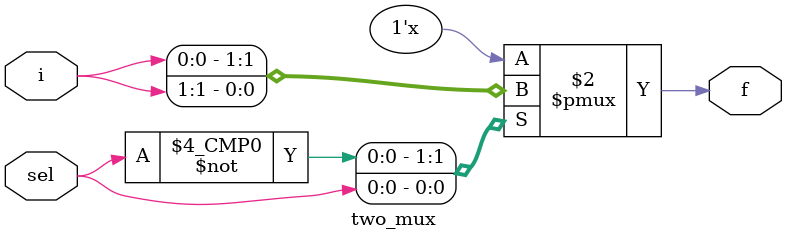
<source format=v>
module two_mux(i,sel,f);
 input wire [1:0] i;
 input wire sel;
 output reg f;

 
 always @(*) begin
    case(sel)
  1'b0 : f=i[0];
  1'b1 : f=i[1];
 endcase
 end
endmodule

</source>
